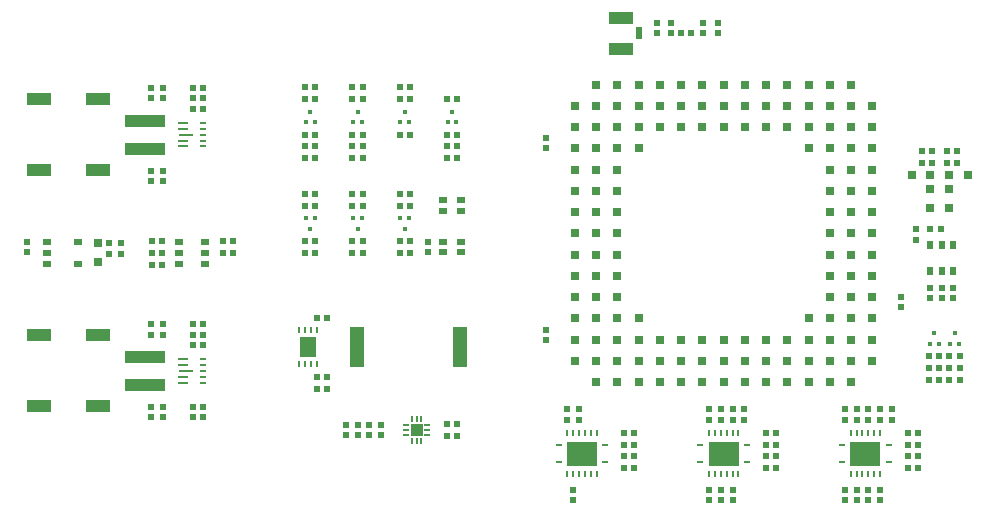
<source format=gtp>
G04*
G04 #@! TF.GenerationSoftware,Altium Limited,Altium Designer,20.0.13 (296)*
G04*
G04 Layer_Color=8421504*
%FSLAX24Y24*%
%MOIN*%
G70*
G01*
G75*
%ADD16R,0.0512X0.1339*%
%ADD17R,0.0571X0.0689*%
%ADD18R,0.0098X0.0197*%
%ADD19R,0.0185X0.0205*%
%ADD20R,0.0205X0.0185*%
%ADD21R,0.1004X0.0807*%
%ADD22R,0.0236X0.0098*%
%ADD23R,0.0098X0.0236*%
%ADD24R,0.0315X0.0197*%
%ADD25R,0.0315X0.0315*%
%ADD26R,0.0157X0.0157*%
%ADD27R,0.0157X0.0157*%
%ADD28R,0.0394X0.0394*%
%ADD29R,0.0197X0.0098*%
%ADD30R,0.0354X0.0098*%
%ADD31R,0.0512X0.0098*%
%ADD32R,0.1339X0.0386*%
%ADD33R,0.0787X0.0394*%
%ADD34R,0.0315X0.0315*%
%ADD35R,0.0197X0.0315*%
%ADD36R,0.0236X0.0394*%
G04:AMPARAMS|DCode=37|XSize=27.6mil|YSize=27.6mil|CornerRadius=2.8mil|HoleSize=0mil|Usage=FLASHONLY|Rotation=0.000|XOffset=0mil|YOffset=0mil|HoleType=Round|Shape=RoundedRectangle|*
%AMROUNDEDRECTD37*
21,1,0.0276,0.0220,0,0,0.0*
21,1,0.0220,0.0276,0,0,0.0*
1,1,0.0055,0.0110,-0.0110*
1,1,0.0055,-0.0110,-0.0110*
1,1,0.0055,-0.0110,0.0110*
1,1,0.0055,0.0110,0.0110*
%
%ADD37ROUNDEDRECTD37*%
D16*
X14443Y4724D02*
D03*
X11018D02*
D03*
D17*
X9366D02*
D03*
D18*
X9465Y5295D02*
D03*
X9268D02*
D03*
X9071D02*
D03*
X9661D02*
D03*
X9465Y4154D02*
D03*
X9268D02*
D03*
X9071D02*
D03*
X9661D02*
D03*
X12835Y2323D02*
D03*
X12992D02*
D03*
X13150D02*
D03*
Y1614D02*
D03*
X12992D02*
D03*
X12835D02*
D03*
D19*
X24634Y689D02*
D03*
X24972D02*
D03*
X29697Y689D02*
D03*
X29358D02*
D03*
X29697Y1083D02*
D03*
X29358D02*
D03*
X29697Y1476D02*
D03*
X29358D02*
D03*
Y1870D02*
D03*
X29697D02*
D03*
X24972Y1870D02*
D03*
X24634D02*
D03*
X24972Y1476D02*
D03*
X24634D02*
D03*
X24972Y1083D02*
D03*
X24634D02*
D03*
X19909Y1870D02*
D03*
X20248D02*
D03*
Y1476D02*
D03*
X19909D02*
D03*
X20248Y1083D02*
D03*
X19909D02*
D03*
X20248Y689D02*
D03*
X19909D02*
D03*
X4500Y8268D02*
D03*
X4161D02*
D03*
Y7874D02*
D03*
X4500D02*
D03*
X4161Y7480D02*
D03*
X4500D02*
D03*
X6524Y8268D02*
D03*
X6862D02*
D03*
Y7874D02*
D03*
X6524D02*
D03*
X9618Y9843D02*
D03*
X9280D02*
D03*
Y9449D02*
D03*
X9618D02*
D03*
X11193Y9843D02*
D03*
X10854D02*
D03*
Y9449D02*
D03*
X11193D02*
D03*
X12768Y9843D02*
D03*
X12429D02*
D03*
Y9449D02*
D03*
X12768D02*
D03*
X9618Y8268D02*
D03*
X9280D02*
D03*
X11193D02*
D03*
X10854D02*
D03*
X12768D02*
D03*
X12429D02*
D03*
X9618Y7874D02*
D03*
X9280D02*
D03*
X11193D02*
D03*
X10854D02*
D03*
X12768D02*
D03*
X12429D02*
D03*
X30078Y3643D02*
D03*
X30416D02*
D03*
Y4036D02*
D03*
X30078D02*
D03*
Y4430D02*
D03*
X30416D02*
D03*
X30755D02*
D03*
X31094D02*
D03*
Y4036D02*
D03*
X30755D02*
D03*
Y3643D02*
D03*
X31094D02*
D03*
X14343Y1772D02*
D03*
X14004D02*
D03*
X14343Y2165D02*
D03*
X14004D02*
D03*
X10012Y3740D02*
D03*
X9673D02*
D03*
X10012Y3346D02*
D03*
X9673D02*
D03*
Y5709D02*
D03*
X10012D02*
D03*
X5539Y2390D02*
D03*
X5878D02*
D03*
X5539Y2728D02*
D03*
X5878D02*
D03*
Y4807D02*
D03*
X5539D02*
D03*
X5878Y5146D02*
D03*
X5539D02*
D03*
Y5484D02*
D03*
X5878D02*
D03*
X5539Y13358D02*
D03*
X5878D02*
D03*
Y13020D02*
D03*
X5539D02*
D03*
X5878Y12681D02*
D03*
X5539D02*
D03*
X29844Y11255D02*
D03*
X30183D02*
D03*
X29844Y10861D02*
D03*
X30183D02*
D03*
X31022Y11255D02*
D03*
X30683D02*
D03*
X31022Y10861D02*
D03*
X30683D02*
D03*
X30118Y8650D02*
D03*
X30457D02*
D03*
X21817Y15189D02*
D03*
X22155D02*
D03*
X14343Y12992D02*
D03*
X14004D02*
D03*
Y11811D02*
D03*
X14343D02*
D03*
X14004Y11417D02*
D03*
X14343D02*
D03*
X14004Y11024D02*
D03*
X14343D02*
D03*
X12768Y13386D02*
D03*
X12429D02*
D03*
Y12992D02*
D03*
X12768D02*
D03*
X12429Y11811D02*
D03*
X12768D02*
D03*
X11193Y13386D02*
D03*
X10854D02*
D03*
Y12992D02*
D03*
X11193D02*
D03*
X10854Y11811D02*
D03*
X11193D02*
D03*
X10854Y11417D02*
D03*
X11193D02*
D03*
Y11024D02*
D03*
X10854D02*
D03*
X9618Y13386D02*
D03*
X9280D02*
D03*
Y12992D02*
D03*
X9618D02*
D03*
X9280Y11811D02*
D03*
X9618D02*
D03*
X9280Y11417D02*
D03*
X9618D02*
D03*
Y11024D02*
D03*
X9280D02*
D03*
D20*
X28839Y2311D02*
D03*
Y2650D02*
D03*
X28445D02*
D03*
Y2311D02*
D03*
X28051Y2650D02*
D03*
Y2311D02*
D03*
X27657Y2650D02*
D03*
Y2311D02*
D03*
X27264Y2650D02*
D03*
Y2311D02*
D03*
X27264Y-366D02*
D03*
Y-28D02*
D03*
X28445Y-366D02*
D03*
Y-28D02*
D03*
X28051Y-366D02*
D03*
Y-28D02*
D03*
X27657Y-366D02*
D03*
Y-28D02*
D03*
X23524Y-366D02*
D03*
Y-28D02*
D03*
X23130Y-366D02*
D03*
Y-28D02*
D03*
X22736Y-366D02*
D03*
Y-28D02*
D03*
X23524Y2650D02*
D03*
Y2311D02*
D03*
X23130Y2650D02*
D03*
Y2311D02*
D03*
X22736Y2650D02*
D03*
Y2311D02*
D03*
X23917D02*
D03*
Y2650D02*
D03*
X18209Y-366D02*
D03*
Y-28D02*
D03*
X18012Y2650D02*
D03*
Y2311D02*
D03*
X18406Y2650D02*
D03*
Y2311D02*
D03*
X3150Y8184D02*
D03*
Y7845D02*
D03*
X2756D02*
D03*
Y8184D02*
D03*
X0Y8248D02*
D03*
Y7909D02*
D03*
X13386Y8240D02*
D03*
Y7902D02*
D03*
X11024Y1799D02*
D03*
Y2138D02*
D03*
X10630D02*
D03*
Y1799D02*
D03*
X11811Y2138D02*
D03*
Y1799D02*
D03*
X11417Y2138D02*
D03*
Y1799D02*
D03*
X4528Y5484D02*
D03*
Y5146D02*
D03*
X4134D02*
D03*
Y5484D02*
D03*
X4528Y2728D02*
D03*
Y2390D02*
D03*
X4134D02*
D03*
Y2728D02*
D03*
X4528Y13020D02*
D03*
Y13358D02*
D03*
X4134D02*
D03*
Y13020D02*
D03*
X4528Y10602D02*
D03*
Y10264D02*
D03*
X4134D02*
D03*
Y10602D02*
D03*
X29650Y8650D02*
D03*
Y8311D02*
D03*
X29134Y6053D02*
D03*
Y6392D02*
D03*
X30866Y6361D02*
D03*
Y6700D02*
D03*
X30492Y6361D02*
D03*
Y6700D02*
D03*
X30118D02*
D03*
Y6361D02*
D03*
X21467Y15528D02*
D03*
Y15189D02*
D03*
X21017Y15528D02*
D03*
Y15189D02*
D03*
X23055Y15528D02*
D03*
Y15189D02*
D03*
X22555Y15528D02*
D03*
Y15189D02*
D03*
X17323Y5313D02*
D03*
Y4974D02*
D03*
Y11691D02*
D03*
Y11352D02*
D03*
D21*
X27953Y1181D02*
D03*
X23228D02*
D03*
X18504D02*
D03*
D22*
X28730Y886D02*
D03*
X27175D02*
D03*
Y1476D02*
D03*
X28730D02*
D03*
X24006Y886D02*
D03*
X22451D02*
D03*
Y1476D02*
D03*
X24006D02*
D03*
X19282Y886D02*
D03*
X17726D02*
D03*
Y1476D02*
D03*
X19282D02*
D03*
X5866Y4331D02*
D03*
Y4134D02*
D03*
Y3937D02*
D03*
Y3740D02*
D03*
Y3543D02*
D03*
Y12205D02*
D03*
Y12008D02*
D03*
Y11811D02*
D03*
Y11614D02*
D03*
Y11417D02*
D03*
D23*
X28445Y502D02*
D03*
X28248D02*
D03*
X28051D02*
D03*
X27854D02*
D03*
X27657D02*
D03*
X27461D02*
D03*
Y1860D02*
D03*
X27657D02*
D03*
X27854D02*
D03*
X28051D02*
D03*
X28248D02*
D03*
X28445D02*
D03*
X23720Y502D02*
D03*
X23524D02*
D03*
X23327D02*
D03*
X23130D02*
D03*
X22933D02*
D03*
X22736D02*
D03*
Y1860D02*
D03*
X22933D02*
D03*
X23130D02*
D03*
X23327D02*
D03*
X23524D02*
D03*
X23720D02*
D03*
X18996Y502D02*
D03*
X18799D02*
D03*
X18602D02*
D03*
X18406D02*
D03*
X18209D02*
D03*
X18012D02*
D03*
Y1860D02*
D03*
X18209D02*
D03*
X18406D02*
D03*
X18602D02*
D03*
X18799D02*
D03*
X18996D02*
D03*
D24*
X5079Y8248D02*
D03*
Y7874D02*
D03*
Y7500D02*
D03*
X5945D02*
D03*
Y8248D02*
D03*
Y7874D02*
D03*
X1693Y8248D02*
D03*
Y7500D02*
D03*
X669D02*
D03*
Y7874D02*
D03*
Y8248D02*
D03*
X14488Y8248D02*
D03*
X13858D02*
D03*
Y7894D02*
D03*
X14488D02*
D03*
Y9626D02*
D03*
X13858D02*
D03*
Y9272D02*
D03*
X14488D02*
D03*
D25*
X2362Y8184D02*
D03*
Y7564D02*
D03*
X30118Y9370D02*
D03*
Y9990D02*
D03*
X30748Y9370D02*
D03*
Y9990D02*
D03*
D26*
X9449Y8681D02*
D03*
X11024D02*
D03*
X12598D02*
D03*
X30247Y5185D02*
D03*
X30924D02*
D03*
X14173Y12579D02*
D03*
X12598D02*
D03*
X11024D02*
D03*
X9449D02*
D03*
D27*
X9301Y9035D02*
D03*
X9596D02*
D03*
X10876D02*
D03*
X11171D02*
D03*
X12451D02*
D03*
X12746D02*
D03*
X30394Y4830D02*
D03*
X30099D02*
D03*
X31072D02*
D03*
X30777D02*
D03*
X14321Y12224D02*
D03*
X14026D02*
D03*
X12746D02*
D03*
X12451D02*
D03*
X11171D02*
D03*
X10876D02*
D03*
X9596D02*
D03*
X9301D02*
D03*
D28*
X12992Y1969D02*
D03*
D29*
X12638Y1811D02*
D03*
Y1969D02*
D03*
Y2126D02*
D03*
X13346D02*
D03*
Y1969D02*
D03*
Y1811D02*
D03*
D30*
X5217Y3543D02*
D03*
Y3740D02*
D03*
Y4134D02*
D03*
Y4331D02*
D03*
Y11417D02*
D03*
Y11614D02*
D03*
Y12008D02*
D03*
Y12205D02*
D03*
D31*
X5295Y3937D02*
D03*
Y11811D02*
D03*
D32*
X3937Y3470D02*
D03*
Y4404D02*
D03*
Y11344D02*
D03*
Y12278D02*
D03*
D33*
X394Y5118D02*
D03*
X2362D02*
D03*
X394Y2756D02*
D03*
X2362D02*
D03*
X394Y10630D02*
D03*
X2362D02*
D03*
X394Y12992D02*
D03*
X2362D02*
D03*
X19807Y15701D02*
D03*
Y14678D02*
D03*
D34*
X30118Y10467D02*
D03*
X29498D02*
D03*
X30748D02*
D03*
X31368D02*
D03*
D35*
X30118Y7278D02*
D03*
X30492D02*
D03*
X30866D02*
D03*
Y8144D02*
D03*
X30118D02*
D03*
X30492D02*
D03*
D36*
X20398Y15189D02*
D03*
D37*
X18268Y4266D02*
D03*
X18976D02*
D03*
X18268Y5683D02*
D03*
Y4974D02*
D03*
X18976Y3557D02*
D03*
X19685D02*
D03*
X18976Y4974D02*
D03*
X19685Y4266D02*
D03*
Y4974D02*
D03*
X18268Y7809D02*
D03*
Y6392D02*
D03*
Y7100D02*
D03*
X18976Y6392D02*
D03*
Y5683D02*
D03*
Y7809D02*
D03*
X19685Y6392D02*
D03*
X18976Y7100D02*
D03*
X20394Y4266D02*
D03*
Y3557D02*
D03*
X21102D02*
D03*
X21811D02*
D03*
X21102Y4266D02*
D03*
X22520Y3557D02*
D03*
X21811Y4266D02*
D03*
X19685Y7100D02*
D03*
X20394Y4974D02*
D03*
X19685Y5683D02*
D03*
X21102Y4974D02*
D03*
X22520Y4266D02*
D03*
X20394Y5683D02*
D03*
X22520Y4974D02*
D03*
X21811D02*
D03*
X18268Y9226D02*
D03*
Y8518D02*
D03*
Y10644D02*
D03*
Y9935D02*
D03*
X18976Y8518D02*
D03*
X19685Y7809D02*
D03*
X18976Y10644D02*
D03*
Y9226D02*
D03*
Y9935D02*
D03*
X18268Y11352D02*
D03*
X18976D02*
D03*
X18268Y12061D02*
D03*
Y12770D02*
D03*
X19685Y11352D02*
D03*
Y10644D02*
D03*
X18976Y13478D02*
D03*
Y12061D02*
D03*
Y12770D02*
D03*
X19685Y9226D02*
D03*
Y8518D02*
D03*
Y12770D02*
D03*
Y9935D02*
D03*
Y12061D02*
D03*
X20394D02*
D03*
Y11352D02*
D03*
X21102Y12061D02*
D03*
X22520D02*
D03*
X21811D02*
D03*
X19685Y13478D02*
D03*
X20394Y12770D02*
D03*
Y13478D02*
D03*
X21102Y12770D02*
D03*
X21811D02*
D03*
X21102Y13478D02*
D03*
X22520D02*
D03*
X21811D02*
D03*
X23228Y3557D02*
D03*
X23937D02*
D03*
X23228Y4266D02*
D03*
X23937D02*
D03*
X24646Y3557D02*
D03*
X25354D02*
D03*
X24646Y4266D02*
D03*
X26063Y3557D02*
D03*
X26772Y4266D02*
D03*
X23937Y4974D02*
D03*
X25354Y4266D02*
D03*
X23228Y4974D02*
D03*
X25354D02*
D03*
X24646D02*
D03*
X26063D02*
D03*
Y4266D02*
D03*
Y5683D02*
D03*
X26772Y4974D02*
D03*
Y7809D02*
D03*
Y3557D02*
D03*
X27480Y4266D02*
D03*
X26772Y6392D02*
D03*
X27480Y4974D02*
D03*
X26772Y5683D02*
D03*
X27480Y3557D02*
D03*
X28189Y4266D02*
D03*
X27480Y5683D02*
D03*
X28189Y4974D02*
D03*
Y5683D02*
D03*
X26772Y7100D02*
D03*
X27480Y6392D02*
D03*
Y8518D02*
D03*
Y7100D02*
D03*
Y7809D02*
D03*
X28189D02*
D03*
Y6392D02*
D03*
Y7100D02*
D03*
X23228Y12061D02*
D03*
X23937D02*
D03*
X23228Y12770D02*
D03*
X24646Y12061D02*
D03*
X26772Y9226D02*
D03*
Y8518D02*
D03*
X25354Y12061D02*
D03*
X26063Y11352D02*
D03*
Y12061D02*
D03*
X22520Y12770D02*
D03*
X23937D02*
D03*
X23228Y13478D02*
D03*
X24646Y12770D02*
D03*
X23937Y13478D02*
D03*
X25354Y12770D02*
D03*
X26063D02*
D03*
X24646Y13478D02*
D03*
X26063D02*
D03*
X25354D02*
D03*
X26772Y9935D02*
D03*
X27480Y9226D02*
D03*
X26772Y11352D02*
D03*
X27480Y9935D02*
D03*
X26772Y10644D02*
D03*
X28189Y9226D02*
D03*
Y8518D02*
D03*
X27480Y10644D02*
D03*
X28189Y9935D02*
D03*
Y10644D02*
D03*
X26772Y12061D02*
D03*
X27480Y11352D02*
D03*
X26772Y13478D02*
D03*
X27480Y12061D02*
D03*
X26772Y12770D02*
D03*
X28189Y12061D02*
D03*
Y11352D02*
D03*
X27480Y12770D02*
D03*
X28189D02*
D03*
X27480Y13478D02*
D03*
M02*

</source>
